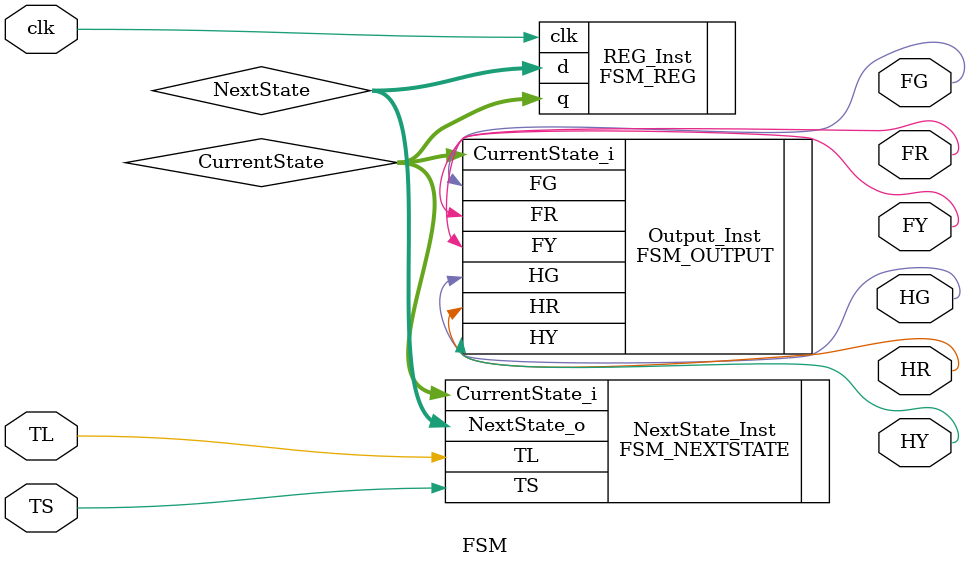
<source format=v>
module FSM(TS, TL, clk, HY, HG, HR, FY, FG, FR);
	input TS, TL, clk;
	output HY, HG, HR, FY, FG, FR;
	
	wire [1:0] CurrentState, NextState;
	
	FSM_NEXTSTATE NextState_Inst(
		.CurrentState_i(CurrentState),
		.TS(TS),
		.TL(TL),
		.NextState_o(NextState)
	);
	FSM_REG REG_Inst(
		.d(NextState),
		.q(CurrentState),
		.clk(clk)
	);
	FSM_OUTPUT Output_Inst(
		.CurrentState_i(CurrentState),
		.HY(HY),
		.HG(HG),
		.HR(HR),
		.FY(FY),
		.FG(FG),
		.FR(FR)
	);
endmodule
</source>
